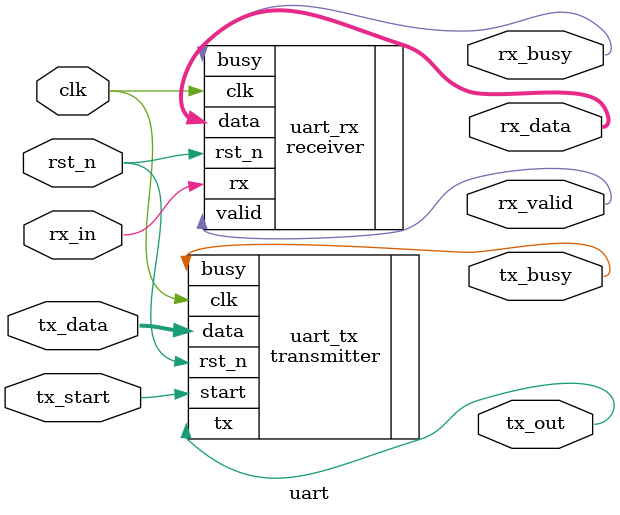
<source format=sv>
module uart #(
    parameter CLK_FREQ = 100_000_000,  // 100MHz CLK
    parameter BAUD_RATE = 115200
) (
    input  logic        clk,
    input  logic        rst_n,
    
    // Transmitter interface
    input  logic        tx_start,
    input  logic [7:0]  tx_data,
    output logic        tx_busy,
    output logic        tx_out,
    
    // Receiver interface
    input  logic        rx_in,
    output logic [7:0]  rx_data,
    output logic        rx_valid,
    output logic        rx_busy
);

    transmitter #(
        .CLK_FREQ(CLK_FREQ),
        .BAUD_RATE(BAUD_RATE)
    ) uart_tx (
        .clk(clk),
        .rst_n(rst_n),
        .start(tx_start),
        .data(tx_data),
        .tx(tx_out),
        .busy(tx_busy)
    );

    receiver #(
        .CLK_FREQ(CLK_FREQ),
        .BAUD_RATE(BAUD_RATE)
    ) uart_rx (
        .clk(clk),
        .rst_n(rst_n),
        .rx(rx_in),
        .data(rx_data),
        .valid(rx_valid),
        .busy(rx_busy)
    );

endmodule

</source>
